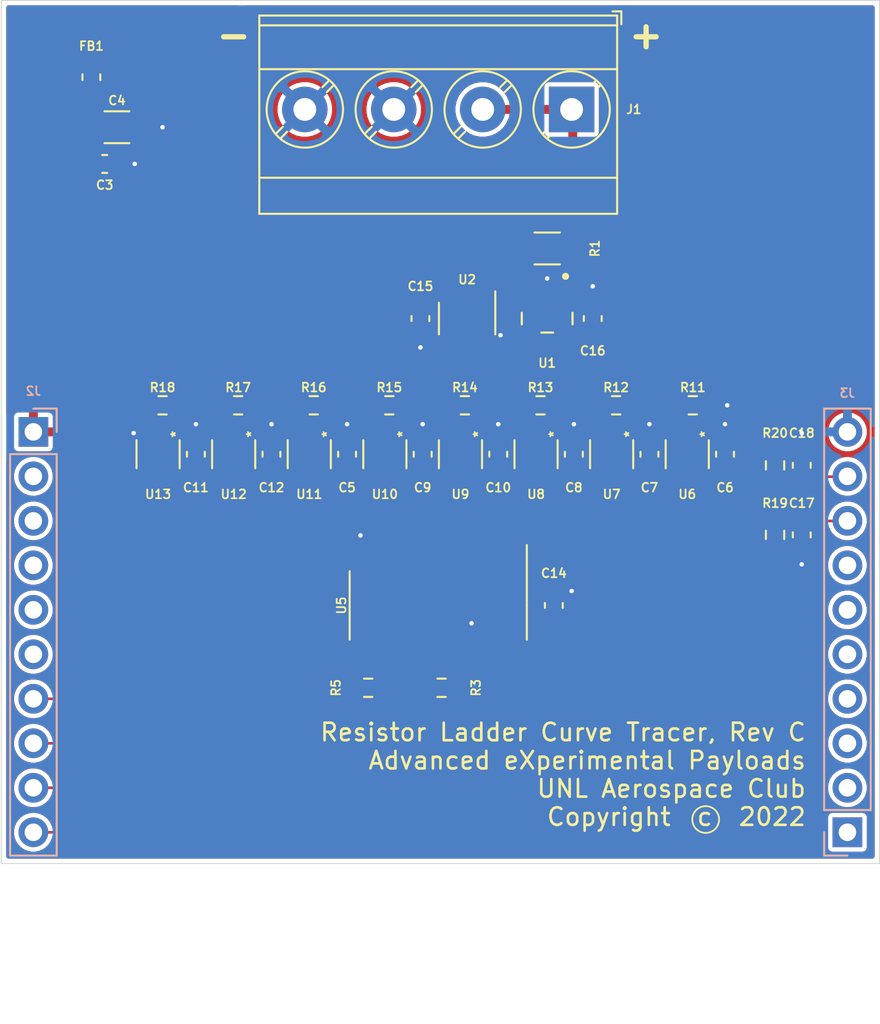
<source format=kicad_pcb>
(kicad_pcb (version 20171130) (host pcbnew "(5.1.10)-1")
  (title_block (title "Resistor Ladder Curve Tracer Layout") (date 2022-11-08) (rev B) (company "UNL Aerospace Club") (comment 1 "Copyright (c) 2022") (comment 2 "Designer: WSA") (comment 3 "Reviewer: WSA") (comment 4 "Approved: WSA"))
  (layers (0 F.Cu signal) (31 B.Cu signal) (34 B.Paste user) (35 F.Paste user) (36 B.SilkS user hide) (37 F.SilkS user) (38 B.Mask user) (39 F.Mask user) (44 Edge.Cuts user))
  (net 0 "")
  (net 1 GND)
  (net 2 +3V3)
  (net 3 I_PANEL_MEASURE)
  (net 4 "Net-(J2-Pad4)")
  (net 5 "Net-(J2-Pad3)")
  (net 6 V_PANEL_MEASURE)
  (net 7 "Net-(J3-Pad7)")
  (net 8 "Net-(J3-Pad6)")
  (net 9 "Net-(J3-Pad4)")
  (net 10 "Net-(J3-Pad3)")
  (net 11 "Net-(J3-Pad2)")
  (net 12 "Net-(R11-Pad1)")
  (net 13 "Net-(R12-Pad1)")
  (net 14 "Net-(R13-Pad1)")
  (net 15 "Net-(R14-Pad1)")
  (net 16 "Net-(R15-Pad1)")
  (net 17 "Net-(R16-Pad1)")
  (net 18 "Net-(R17-Pad1)")
  (net 19 "Net-(U5-Pad15)")
  (net 20 "Net-(U5-Pad9)")
  (net 21 "Net-(U13-Pad4)")
  (net 22 "Net-(U12-Pad4)")
  (net 23 "Net-(U11-Pad4)")
  (net 24 "Net-(U10-Pad4)")
  (net 25 "Net-(U5-Pad3)")
  (net 26 "Net-(U5-Pad2)")
  (net 27 "Net-(U5-Pad1)")
  (net 28 "Net-(U6-Pad5)")
  (net 29 "Net-(U7-Pad5)")
  (net 30 "Net-(U8-Pad5)")
  (net 31 "Net-(U9-Pad5)")
  (net 32 "Net-(U10-Pad5)")
  (net 33 "Net-(U11-Pad5)")
  (net 34 "Net-(U12-Pad5)")
  (net 35 "Net-(U13-Pad5)")
  (net 36 "Net-(R19-Pad1)")
  (net 37 "Net-(R20-Pad1)")
  (net 38 LADDER_RESET)
  (net 39 LADDER_CLOCK)
  (net 40 LADDER_EN)
  (net 41 "Net-(J1-Pad1)")
  (net 42 "Net-(J2-Pad2)")
  (net 43 "Net-(J2-Pad6)")
  (net 44 "Net-(J2-Pad5)")
  (net 45 LADDER_LATCH)
  (net 46 "Net-(J3-Pad1)")
  (net 47 "Net-(J3-Pad5)")
  (net 48 "Net-(FB1-Pad1)")
  (net 49 "/Panel Measurements/V_PANEL")
  (module Package_TO_SOT_SMD:SOT-23-5 (layer F.Cu) (at 151.0665 102.616 270)
    (fp_text reference U2 (at -2.2225 0 180) (layer F.SilkS) (effects (font (size 0.5 0.5) (thickness 0.1))))
    (fp_text value MCP6401RT-xOT)
    (pad 5 smd rect (at 1.1 -0.95 270) (size 1.06 0.65) (layers F.Cu F.Paste F.Mask) (net 1 GND))
    (pad 4 smd rect (at 1.1 0.95 270) (size 1.06 0.65) (layers F.Cu F.Paste F.Mask) (net 36 "Net-(R19-Pad1)"))
    (pad 3 smd rect (at -1.1 0.95 270) (size 1.06 0.65) (layers F.Cu F.Paste F.Mask) (net 49 "/Panel Measurements/V_PANEL"))
    (pad 2 smd rect (at -1.1 0 270) (size 1.06 0.65) (layers F.Cu F.Paste F.Mask) (net 2 +3V3))
    (pad 1 smd rect (at -1.1 -0.95 270) (size 1.06 0.65) (layers F.Cu F.Paste F.Mask) (net 36 "Net-(R19-Pad1)"))
  )
  (module INA180B2IDBVT:SOT95P280X145-5N (layer F.Cu) (at 155.6385 102.616 270)
    (fp_text reference U1 (at 2.54 0 180) (layer F.SilkS) (effects (font (size 0.5 0.5) (thickness 0.1))))
    (fp_text value INA180B2IDBVT)
    (pad 5 smd roundrect (at 1.255 -0.95 270) (size 1.21 0.59) (layers F.Cu F.Paste F.Mask) (roundrect_rratio 0.15) (net 2 +3V3))
    (pad 4 smd roundrect (at 1.255 0.95 270) (size 1.21 0.59) (layers F.Cu F.Paste F.Mask) (roundrect_rratio 0.15) (net 37 "Net-(R20-Pad1)"))
    (pad 3 smd roundrect (at -1.255 0.95 270) (size 1.21 0.59) (layers F.Cu F.Paste F.Mask) (roundrect_rratio 0.15) (net 49 "/Panel Measurements/V_PANEL"))
    (pad 2 smd roundrect (at -1.255 0 270) (size 1.21 0.59) (layers F.Cu F.Paste F.Mask) (roundrect_rratio 0.15) (net 1 GND))
    (pad 1 smd roundrect (at -1.255 -0.95 270) (size 1.21 0.59) (layers F.Cu F.Paste F.Mask) (roundrect_rratio 0.15) (net 41 "Net-(J1-Pad1)"))
  )
  (module Resistor_SMD:R_0603_1608Metric (layer F.Cu) (at 168.656 110.997001 270)
    (fp_text reference R20 (at -1.840501 0 180) (layer F.SilkS) (effects (font (size 0.5 0.5) (thickness 0.1))))
    (fp_text value 10k)
    (pad 2 smd roundrect (at 0.825 0 270) (size 0.8 0.95) (layers F.Cu F.Paste F.Mask) (net 3 I_PANEL_MEASURE))
    (pad 1 smd roundrect (at -0.825 0 270) (size 0.8 0.95) (layers F.Cu F.Paste F.Mask) (net 37 "Net-(R20-Pad1)"))
  )
  (module Resistor_SMD:R_0603_1608Metric (layer F.Cu) (at 168.656 114.966999 90)
    (fp_text reference R19 (at 1.809999 0 180) (layer F.SilkS) (effects (font (size 0.5 0.5) (thickness 0.1))))
    (fp_text value 10k)
    (pad 2 smd roundrect (at 0.825 0 90) (size 0.8 0.95) (layers F.Cu F.Paste F.Mask) (net 6 V_PANEL_MEASURE))
    (pad 1 smd roundrect (at -0.825 0 90) (size 0.8 0.95) (layers F.Cu F.Paste F.Mask) (net 36 "Net-(R19-Pad1)"))
  )
  (module Resistor_SMD:R_1206_3216Metric (layer F.Cu) (at 155.6385 98.6155)
    (fp_text reference R1 (at 2.7305 0 90) (layer F.SilkS) (effects (font (size 0.5 0.5) (thickness 0.1))))
    (fp_text value R)
    (pad 2 smd roundrect (at 1.4625 0) (size 1.125 1.75) (layers F.Cu F.Paste F.Mask) (roundrect_rratio 0.2222213333333333) (net 41 "Net-(J1-Pad1)"))
    (pad 1 smd roundrect (at -1.4625 0) (size 1.125 1.75) (layers F.Cu F.Paste F.Mask) (roundrect_rratio 0.2222213333333333) (net 49 "/Panel Measurements/V_PANEL"))
  )
  (module TerminalBlock_Phoenix:TerminalBlock_Phoenix_MKDS-3-4-5.08_1x04_P5.08mm_Horizontal (layer F.Cu) (at 157.0355 90.678 180)
    (fp_text reference J1 (at -3.556 0) (layer F.SilkS) (effects (font (size 0.5 0.5) (thickness 0.1))))
    (fp_text value Screw_Terminal_01x04)
    (pad 4 thru_hole circle (at 15.24 0 180) (size 2.6 2.6) (drill 1.3) (layers *.Cu *.Mask) (net 1 GND))
    (pad 3 thru_hole circle (at 10.16 0 180) (size 2.6 2.6) (drill 1.3) (layers *.Cu *.Mask) (net 1 GND))
    (pad 2 thru_hole circle (at 5.08 0 180) (size 2.6 2.6) (drill 1.3) (layers *.Cu *.Mask) (net 41 "Net-(J1-Pad1)"))
    (pad 1 thru_hole rect (at 0 0 180) (size 2.6 2.6) (drill 1.3) (layers *.Cu *.Mask) (net 41 "Net-(J1-Pad1)"))
  )
  (module Inductor_SMD:L_0603_1608Metric (layer F.Cu) (at 129.6035 88.8365 270)
    (fp_text reference FB1 (at -1.778 0 180) (layer F.SilkS) (effects (font (size 0.5 0.5) (thickness 0.1))))
    (fp_text value Ferrite_Bead)
    (pad 2 smd roundrect (at 0.7875 0 270) (size 0.875 0.95) (layers F.Cu F.Paste F.Mask) (net 2 +3V3))
    (pad 1 smd roundrect (at -0.7875 0 270) (size 0.875 0.95) (layers F.Cu F.Paste F.Mask) (net 48 "Net-(FB1-Pad1)"))
  )
  (module Capacitor_SMD:C_0603_1608Metric (layer F.Cu) (at 170.18 110.997001 90)
    (fp_text reference C18 (at 1.840501 0 180) (layer F.SilkS) (effects (font (size 0.5 0.5) (thickness 0.1))))
    (fp_text value 10u)
    (pad 2 smd roundrect (at 0.775 0 90) (size 0.9 0.95) (layers F.Cu F.Paste F.Mask) (net 1 GND))
    (pad 1 smd roundrect (at -0.775 0 90) (size 0.9 0.95) (layers F.Cu F.Paste F.Mask) (net 3 I_PANEL_MEASURE))
  )
  (module Capacitor_SMD:C_0603_1608Metric (layer F.Cu) (at 170.18 114.966999 270)
    (fp_text reference C17 (at -1.809999 0 180) (layer F.SilkS) (effects (font (size 0.5 0.5) (thickness 0.1))))
    (fp_text value 10u)
    (pad 2 smd roundrect (at 0.775 0 270) (size 0.9 0.95) (layers F.Cu F.Paste F.Mask) (net 1 GND))
    (pad 1 smd roundrect (at -0.775 0 270) (size 0.9 0.95) (layers F.Cu F.Paste F.Mask) (net 6 V_PANEL_MEASURE))
  )
  (module Capacitor_SMD:C_0603_1608Metric (layer F.Cu) (at 158.242 102.616 90)
    (fp_text reference C16 (at -1.8415 0 180) (layer F.SilkS) (effects (font (size 0.5 0.5) (thickness 0.1))))
    (fp_text value 0.1u)
    (pad 2 smd roundrect (at 0.775 0 90) (size 0.9 0.95) (layers F.Cu F.Paste F.Mask) (net 1 GND))
    (pad 1 smd roundrect (at -0.775 0 90) (size 0.9 0.95) (layers F.Cu F.Paste F.Mask) (net 2 +3V3))
  )
  (module Capacitor_SMD:C_0603_1608Metric (layer F.Cu) (at 148.3995 102.616 270)
    (fp_text reference C15 (at -1.8415 0 180) (layer F.SilkS) (effects (font (size 0.5 0.5) (thickness 0.1))))
    (fp_text value 0.1u)
    (pad 2 smd roundrect (at 0.775 0 270) (size 0.9 0.95) (layers F.Cu F.Paste F.Mask) (net 1 GND))
    (pad 1 smd roundrect (at -0.775 0 270) (size 0.9 0.95) (layers F.Cu F.Paste F.Mask) (net 2 +3V3))
  )
  (module Capacitor_SMD:C_1206_3216Metric (layer F.Cu) (at 131.064 91.694)
    (fp_text reference C4 (at 0 -1.524) (layer F.SilkS) (effects (font (size 0.5 0.5) (thickness 0.1))))
    (fp_text value 10u)
    (pad 2 smd roundrect (at 1.475 0) (size 1.15 1.8) (layers F.Cu F.Paste F.Mask) (roundrect_rratio 0.2173904347826087) (net 1 GND))
    (pad 1 smd roundrect (at -1.475 0) (size 1.15 1.8) (layers F.Cu F.Paste F.Mask) (roundrect_rratio 0.2173904347826087) (net 2 +3V3))
  )
  (module Capacitor_SMD:C_0603_1608Metric (layer F.Cu) (at 130.3655 93.7895)
    (fp_text reference C3 (at 0 1.2065) (layer F.SilkS) (effects (font (size 0.5 0.5) (thickness 0.1))))
    (fp_text value 1u)
    (pad 2 smd roundrect (at 0.775 0) (size 0.9 0.95) (layers F.Cu F.Paste F.Mask) (net 1 GND))
    (pad 1 smd roundrect (at -0.775 0) (size 0.9 0.95) (layers F.Cu F.Paste F.Mask) (net 2 +3V3))
  )
  (module ul_ADG841YKSZ-500RL7:ADG841YKSZ-500RL7 (layer F.Cu) (at 133.4135 110.363 270)
    (fp_text reference U13 (at 2.286 0 180) (layer F.SilkS) (effects (font (size 0.5 0.5) (thickness 0.1))))
    (fp_text value ADG841YKSZ-500RL7 hide)
    (fp_text user * (at -1.143 -1.016 90) (layer F.SilkS) (effects (font (size 0.5 0.5) (thickness 0.1))))
    (pad 1 smd rect (at -1.11125 -0.649999 270) (size 0.8763 0.3556) (layers F.Cu F.Paste F.Mask) (net 18 "Net-(R17-Pad1)"))
    (pad 2 smd rect (at -1.11125 0 270) (size 0.8763 0.3556) (layers F.Cu F.Paste F.Mask) (net 49 "/Panel Measurements/V_PANEL"))
    (pad 3 smd rect (at -1.11125 0.649999 270) (size 0.8763 0.3556) (layers F.Cu F.Paste F.Mask) (net 1 GND))
    (pad 4 smd rect (at 1.11125 0.649999 270) (size 0.8763 0.3556) (layers F.Cu F.Paste F.Mask) (net 21 "Net-(U13-Pad4)"))
    (pad 5 smd rect (at 1.11125 0 270) (size 0.8763 0.3556) (layers F.Cu F.Paste F.Mask) (net 35 "Net-(U13-Pad5)"))
    (pad 6 smd rect (at 1.11125 -0.649999 270) (size 0.8763 0.3556) (layers F.Cu F.Paste F.Mask) (net 2 +3V3))
  )
  (module ul_ADG841YKSZ-500RL7:ADG841YKSZ-500RL7 (layer F.Cu) (at 137.7315 110.363 270)
    (fp_text reference U12 (at 2.286 0 180) (layer F.SilkS) (effects (font (size 0.5 0.5) (thickness 0.1))))
    (fp_text value ADG841YKSZ-500RL7 hide)
    (fp_text user * (at -1.143 -1.016 90) (layer F.SilkS) (effects (font (size 0.5 0.5) (thickness 0.1))))
    (pad 1 smd rect (at -1.11125 -0.649999 270) (size 0.8763 0.3556) (layers F.Cu F.Paste F.Mask) (net 17 "Net-(R16-Pad1)"))
    (pad 2 smd rect (at -1.11125 0 270) (size 0.8763 0.3556) (layers F.Cu F.Paste F.Mask) (net 18 "Net-(R17-Pad1)"))
    (pad 3 smd rect (at -1.11125 0.649999 270) (size 0.8763 0.3556) (layers F.Cu F.Paste F.Mask) (net 1 GND))
    (pad 4 smd rect (at 1.11125 0.649999 270) (size 0.8763 0.3556) (layers F.Cu F.Paste F.Mask) (net 22 "Net-(U12-Pad4)"))
    (pad 5 smd rect (at 1.11125 0 270) (size 0.8763 0.3556) (layers F.Cu F.Paste F.Mask) (net 34 "Net-(U12-Pad5)"))
    (pad 6 smd rect (at 1.11125 -0.649999 270) (size 0.8763 0.3556) (layers F.Cu F.Paste F.Mask) (net 2 +3V3))
  )
  (module ul_ADG841YKSZ-500RL7:ADG841YKSZ-500RL7 (layer F.Cu) (at 142.0495 110.363 270)
    (fp_text reference U11 (at 2.286 0 180) (layer F.SilkS) (effects (font (size 0.5 0.5) (thickness 0.1))))
    (fp_text value ADG841YKSZ-500RL7 hide)
    (fp_text user * (at -1.143 -1.016 90) (layer F.SilkS) (effects (font (size 0.5 0.5) (thickness 0.1))))
    (pad 1 smd rect (at -1.11125 -0.649999 270) (size 0.8763 0.3556) (layers F.Cu F.Paste F.Mask) (net 16 "Net-(R15-Pad1)"))
    (pad 2 smd rect (at -1.11125 0 270) (size 0.8763 0.3556) (layers F.Cu F.Paste F.Mask) (net 17 "Net-(R16-Pad1)"))
    (pad 3 smd rect (at -1.11125 0.649999 270) (size 0.8763 0.3556) (layers F.Cu F.Paste F.Mask) (net 1 GND))
    (pad 4 smd rect (at 1.11125 0.649999 270) (size 0.8763 0.3556) (layers F.Cu F.Paste F.Mask) (net 23 "Net-(U11-Pad4)"))
    (pad 5 smd rect (at 1.11125 0 270) (size 0.8763 0.3556) (layers F.Cu F.Paste F.Mask) (net 33 "Net-(U11-Pad5)"))
    (pad 6 smd rect (at 1.11125 -0.649999 270) (size 0.8763 0.3556) (layers F.Cu F.Paste F.Mask) (net 2 +3V3))
  )
  (module ul_ADG841YKSZ-500RL7:ADG841YKSZ-500RL7 (layer F.Cu) (at 146.3675 110.363 270)
    (fp_text reference U10 (at 2.286 0 180) (layer F.SilkS) (effects (font (size 0.5 0.5) (thickness 0.1))))
    (fp_text value ADG841YKSZ-500RL7 hide)
    (fp_text user * (at -1.143 -1.016 90) (layer F.SilkS) (effects (font (size 0.5 0.5) (thickness 0.1))))
    (pad 1 smd rect (at -1.11125 -0.649999 270) (size 0.8763 0.3556) (layers F.Cu F.Paste F.Mask) (net 15 "Net-(R14-Pad1)"))
    (pad 2 smd rect (at -1.11125 0 270) (size 0.8763 0.3556) (layers F.Cu F.Paste F.Mask) (net 16 "Net-(R15-Pad1)"))
    (pad 3 smd rect (at -1.11125 0.649999 270) (size 0.8763 0.3556) (layers F.Cu F.Paste F.Mask) (net 1 GND))
    (pad 4 smd rect (at 1.11125 0.649999 270) (size 0.8763 0.3556) (layers F.Cu F.Paste F.Mask) (net 24 "Net-(U10-Pad4)"))
    (pad 5 smd rect (at 1.11125 0 270) (size 0.8763 0.3556) (layers F.Cu F.Paste F.Mask) (net 32 "Net-(U10-Pad5)"))
    (pad 6 smd rect (at 1.11125 -0.649999 270) (size 0.8763 0.3556) (layers F.Cu F.Paste F.Mask) (net 2 +3V3))
  )
  (module ul_ADG841YKSZ-500RL7:ADG841YKSZ-500RL7 (layer F.Cu) (at 150.6855 110.363 270)
    (fp_text reference U9 (at 2.286 0 180) (layer F.SilkS) (effects (font (size 0.5 0.5) (thickness 0.1))))
    (fp_text value ADG841YKSZ-500RL7 hide)
    (fp_text user * (at -1.143 -1.016 90) (layer F.SilkS) (effects (font (size 0.5 0.5) (thickness 0.1))))
    (pad 1 smd rect (at -1.11125 -0.649999 270) (size 0.8763 0.3556) (layers F.Cu F.Paste F.Mask) (net 14 "Net-(R13-Pad1)"))
    (pad 2 smd rect (at -1.11125 0 270) (size 0.8763 0.3556) (layers F.Cu F.Paste F.Mask) (net 15 "Net-(R14-Pad1)"))
    (pad 3 smd rect (at -1.11125 0.649999 270) (size 0.8763 0.3556) (layers F.Cu F.Paste F.Mask) (net 1 GND))
    (pad 4 smd rect (at 1.11125 0.649999 270) (size 0.8763 0.3556) (layers F.Cu F.Paste F.Mask) (net 25 "Net-(U5-Pad3)"))
    (pad 5 smd rect (at 1.11125 0 270) (size 0.8763 0.3556) (layers F.Cu F.Paste F.Mask) (net 31 "Net-(U9-Pad5)"))
    (pad 6 smd rect (at 1.11125 -0.649999 270) (size 0.8763 0.3556) (layers F.Cu F.Paste F.Mask) (net 2 +3V3))
  )
  (module ul_ADG841YKSZ-500RL7:ADG841YKSZ-500RL7 (layer F.Cu) (at 155.0035 110.363 270)
    (fp_text reference U8 (at 2.286 0 180) (layer F.SilkS) (effects (font (size 0.5 0.5) (thickness 0.1))))
    (fp_text value ADG841YKSZ-500RL7 hide)
    (fp_text user * (at -1.143 -1.016 90) (layer F.SilkS) (effects (font (size 0.5 0.5) (thickness 0.1))))
    (pad 1 smd rect (at -1.11125 -0.649999 270) (size 0.8763 0.3556) (layers F.Cu F.Paste F.Mask) (net 13 "Net-(R12-Pad1)"))
    (pad 2 smd rect (at -1.11125 0 270) (size 0.8763 0.3556) (layers F.Cu F.Paste F.Mask) (net 14 "Net-(R13-Pad1)"))
    (pad 3 smd rect (at -1.11125 0.649999 270) (size 0.8763 0.3556) (layers F.Cu F.Paste F.Mask) (net 1 GND))
    (pad 4 smd rect (at 1.11125 0.649999 270) (size 0.8763 0.3556) (layers F.Cu F.Paste F.Mask) (net 26 "Net-(U5-Pad2)"))
    (pad 5 smd rect (at 1.11125 0 270) (size 0.8763 0.3556) (layers F.Cu F.Paste F.Mask) (net 30 "Net-(U8-Pad5)"))
    (pad 6 smd rect (at 1.11125 -0.649999 270) (size 0.8763 0.3556) (layers F.Cu F.Paste F.Mask) (net 2 +3V3))
  )
  (module ul_ADG841YKSZ-500RL7:ADG841YKSZ-500RL7 (layer F.Cu) (at 159.3215 110.363 270)
    (fp_text reference U7 (at 2.286 0 180) (layer F.SilkS) (effects (font (size 0.5 0.5) (thickness 0.1))))
    (fp_text value ADG841YKSZ-500RL7 hide)
    (fp_text user * (at -1.143 -1.016 90) (layer F.SilkS) (effects (font (size 0.5 0.5) (thickness 0.1))))
    (pad 1 smd rect (at -1.11125 -0.649999 270) (size 0.8763 0.3556) (layers F.Cu F.Paste F.Mask) (net 12 "Net-(R11-Pad1)"))
    (pad 2 smd rect (at -1.11125 0 270) (size 0.8763 0.3556) (layers F.Cu F.Paste F.Mask) (net 13 "Net-(R12-Pad1)"))
    (pad 3 smd rect (at -1.11125 0.649999 270) (size 0.8763 0.3556) (layers F.Cu F.Paste F.Mask) (net 1 GND))
    (pad 4 smd rect (at 1.11125 0.649999 270) (size 0.8763 0.3556) (layers F.Cu F.Paste F.Mask) (net 27 "Net-(U5-Pad1)"))
    (pad 5 smd rect (at 1.11125 0 270) (size 0.8763 0.3556) (layers F.Cu F.Paste F.Mask) (net 29 "Net-(U7-Pad5)"))
    (pad 6 smd rect (at 1.11125 -0.649999 270) (size 0.8763 0.3556) (layers F.Cu F.Paste F.Mask) (net 2 +3V3))
  )
  (module ul_ADG841YKSZ-500RL7:ADG841YKSZ-500RL7 (layer F.Cu) (at 163.6395 110.363 270)
    (fp_text reference U6 (at 2.286 0 180) (layer F.SilkS) (effects (font (size 0.5 0.5) (thickness 0.1))))
    (fp_text value ADG841YKSZ-500RL7 hide)
    (fp_text user * (at -1.143 -1.016 90) (layer F.SilkS) (effects (font (size 0.5 0.5) (thickness 0.1))))
    (pad 1 smd rect (at -1.11125 -0.649999 270) (size 0.8763 0.3556) (layers F.Cu F.Paste F.Mask) (net 1 GND))
    (pad 2 smd rect (at -1.11125 0 270) (size 0.8763 0.3556) (layers F.Cu F.Paste F.Mask) (net 12 "Net-(R11-Pad1)"))
    (pad 3 smd rect (at -1.11125 0.649999 270) (size 0.8763 0.3556) (layers F.Cu F.Paste F.Mask) (net 1 GND))
    (pad 4 smd rect (at 1.11125 0.649999 270) (size 0.8763 0.3556) (layers F.Cu F.Paste F.Mask) (net 19 "Net-(U5-Pad15)"))
    (pad 5 smd rect (at 1.11125 0 270) (size 0.8763 0.3556) (layers F.Cu F.Paste F.Mask) (net 28 "Net-(U6-Pad5)"))
    (pad 6 smd rect (at 1.11125 -0.649999 270) (size 0.8763 0.3556) (layers F.Cu F.Paste F.Mask) (net 2 +3V3))
  )
  (module Package_SO:SOIC-16_3.9x9.9mm_P1.27mm (layer F.Cu) (at 149.4155 118.999 270)
    (fp_text reference U5 (at 0 5.5245 90) (layer F.SilkS) (effects (font (size 0.5 0.5) (thickness 0.1))))
    (fp_text value 74HC590)
    (pad 16 smd roundrect (at 2.475 -4.445 270) (size 1.95 0.6) (layers F.Cu F.Paste F.Mask) (net 2 +3V3))
    (pad 15 smd roundrect (at 2.475 -3.175 270) (size 1.95 0.6) (layers F.Cu F.Paste F.Mask) (net 19 "Net-(U5-Pad15)"))
    (pad 14 smd roundrect (at 2.475 -1.905 270) (size 1.95 0.6) (layers F.Cu F.Paste F.Mask) (net 1 GND))
    (pad 13 smd roundrect (at 2.475 -0.635 270) (size 1.95 0.6) (layers F.Cu F.Paste F.Mask) (net 45 LADDER_LATCH))
    (pad 12 smd roundrect (at 2.475 0.635 270) (size 1.95 0.6) (layers F.Cu F.Paste F.Mask) (net 40 LADDER_EN))
    (pad 11 smd roundrect (at 2.475 1.905 270) (size 1.95 0.6) (layers F.Cu F.Paste F.Mask) (net 39 LADDER_CLOCK))
    (pad 10 smd roundrect (at 2.475 3.175 270) (size 1.95 0.6) (layers F.Cu F.Paste F.Mask) (net 38 LADDER_RESET))
    (pad 9 smd roundrect (at 2.475 4.445 270) (size 1.95 0.6) (layers F.Cu F.Paste F.Mask) (net 20 "Net-(U5-Pad9)"))
    (pad 8 smd roundrect (at -2.475 4.445 270) (size 1.95 0.6) (layers F.Cu F.Paste F.Mask) (net 1 GND))
    (pad 7 smd roundrect (at -2.475 3.175 270) (size 1.95 0.6) (layers F.Cu F.Paste F.Mask) (net 21 "Net-(U13-Pad4)"))
    (pad 6 smd roundrect (at -2.475 1.905 270) (size 1.95 0.6) (layers F.Cu F.Paste F.Mask) (net 22 "Net-(U12-Pad4)"))
    (pad 5 smd roundrect (at -2.475 0.635 270) (size 1.95 0.6) (layers F.Cu F.Paste F.Mask) (net 23 "Net-(U11-Pad4)"))
    (pad 4 smd roundrect (at -2.475 -0.635 270) (size 1.95 0.6) (layers F.Cu F.Paste F.Mask) (net 24 "Net-(U10-Pad4)"))
    (pad 3 smd roundrect (at -2.475 -1.905 270) (size 1.95 0.6) (layers F.Cu F.Paste F.Mask) (net 25 "Net-(U5-Pad3)"))
    (pad 2 smd roundrect (at -2.475 -3.175 270) (size 1.95 0.6) (layers F.Cu F.Paste F.Mask) (net 26 "Net-(U5-Pad2)"))
    (pad 1 smd roundrect (at -2.475 -4.445 270) (size 1.95 0.6) (layers F.Cu F.Paste F.Mask) (net 27 "Net-(U5-Pad1)"))
  )
  (module Resistor_SMD:R_0603_1608Metric (layer F.Cu) (at 133.6675 107.569)
    (fp_text reference R18 (at 0 -1.016) (layer F.SilkS) (effects (font (size 0.5 0.5) (thickness 0.1))))
    (fp_text value 16000)
    (pad 2 smd roundrect (at 0.825 0) (size 0.8 0.95) (layers F.Cu F.Paste F.Mask) (net 18 "Net-(R17-Pad1)"))
    (pad 1 smd roundrect (at -0.825 0) (size 0.8 0.95) (layers F.Cu F.Paste F.Mask) (net 49 "/Panel Measurements/V_PANEL"))
  )
  (module Resistor_SMD:R_0603_1608Metric (layer F.Cu) (at 137.9855 107.569)
    (fp_text reference R17 (at 0 -1.016) (layer F.SilkS) (effects (font (size 0.5 0.5) (thickness 0.1))))
    (fp_text value 8000)
    (pad 2 smd roundrect (at 0.825 0) (size 0.8 0.95) (layers F.Cu F.Paste F.Mask) (net 17 "Net-(R16-Pad1)"))
    (pad 1 smd roundrect (at -0.825 0) (size 0.8 0.95) (layers F.Cu F.Paste F.Mask) (net 18 "Net-(R17-Pad1)"))
  )
  (module Resistor_SMD:R_0603_1608Metric (layer F.Cu) (at 142.3035 107.569)
    (fp_text reference R16 (at 0 -1.016) (layer F.SilkS) (effects (font (size 0.5 0.5) (thickness 0.1))))
    (fp_text value 4000)
    (pad 2 smd roundrect (at 0.825 0) (size 0.8 0.95) (layers F.Cu F.Paste F.Mask) (net 16 "Net-(R15-Pad1)"))
    (pad 1 smd roundrect (at -0.825 0) (size 0.8 0.95) (layers F.Cu F.Paste F.Mask) (net 17 "Net-(R16-Pad1)"))
  )
  (module Resistor_SMD:R_0603_1608Metric (layer F.Cu) (at 146.6215 107.569)
    (fp_text reference R15 (at 0 -1.016) (layer F.SilkS) (effects (font (size 0.5 0.5) (thickness 0.1))))
    (fp_text value 2000)
    (pad 2 smd roundrect (at 0.825 0) (size 0.8 0.95) (layers F.Cu F.Paste F.Mask) (net 15 "Net-(R14-Pad1)"))
    (pad 1 smd roundrect (at -0.825 0) (size 0.8 0.95) (layers F.Cu F.Paste F.Mask) (net 16 "Net-(R15-Pad1)"))
  )
  (module Resistor_SMD:R_0603_1608Metric (layer F.Cu) (at 150.9395 107.569)
    (fp_text reference R14 (at 0 -1.016) (layer F.SilkS) (effects (font (size 0.5 0.5) (thickness 0.1))))
    (fp_text value 1000)
    (pad 2 smd roundrect (at 0.825 0) (size 0.8 0.95) (layers F.Cu F.Paste F.Mask) (net 14 "Net-(R13-Pad1)"))
    (pad 1 smd roundrect (at -0.825 0) (size 0.8 0.95) (layers F.Cu F.Paste F.Mask) (net 15 "Net-(R14-Pad1)"))
  )
  (module Resistor_SMD:R_0603_1608Metric (layer F.Cu) (at 155.2575 107.569)
    (fp_text reference R13 (at 0 -1.016) (layer F.SilkS) (effects (font (size 0.5 0.5) (thickness 0.1))))
    (fp_text value 500)
    (pad 2 smd roundrect (at 0.825 0) (size 0.8 0.95) (layers F.Cu F.Paste F.Mask) (net 13 "Net-(R12-Pad1)"))
    (pad 1 smd roundrect (at -0.825 0) (size 0.8 0.95) (layers F.Cu F.Paste F.Mask) (net 14 "Net-(R13-Pad1)"))
  )
  (module Resistor_SMD:R_0603_1608Metric (layer F.Cu) (at 159.5755 107.569)
    (fp_text reference R12 (at 0 -1.016) (layer F.SilkS) (effects (font (size 0.5 0.5) (thickness 0.1))))
    (fp_text value 250)
    (pad 2 smd roundrect (at 0.825 0) (size 0.8 0.95) (layers F.Cu F.Paste F.Mask) (net 12 "Net-(R11-Pad1)"))
    (pad 1 smd roundrect (at -0.825 0) (size 0.8 0.95) (layers F.Cu F.Paste F.Mask) (net 13 "Net-(R12-Pad1)"))
  )
  (module Resistor_SMD:R_0603_1608Metric (layer F.Cu) (at 163.9565 107.569)
    (fp_text reference R11 (at 0 -1.016) (layer F.SilkS) (effects (font (size 0.5 0.5) (thickness 0.1))))
    (fp_text value 50)
    (pad 2 smd roundrect (at 0.825 0) (size 0.8 0.95) (layers F.Cu F.Paste F.Mask) (net 1 GND))
    (pad 1 smd roundrect (at -0.825 0) (size 0.8 0.95) (layers F.Cu F.Paste F.Mask) (net 12 "Net-(R11-Pad1)"))
  )
  (module Resistor_SMD:R_0603_1608Metric (layer F.Cu) (at 145.415 123.698 180)
    (fp_text reference R5 (at 1.8415 0 90) (layer F.SilkS) (effects (font (size 0.5 0.5) (thickness 0.1))))
    (fp_text value 10k)
    (pad 2 smd roundrect (at 0.825 0 180) (size 0.8 0.95) (layers F.Cu F.Paste F.Mask) (net 2 +3V3))
    (pad 1 smd roundrect (at -0.825 0 180) (size 0.8 0.95) (layers F.Cu F.Paste F.Mask) (net 38 LADDER_RESET))
  )
  (module Resistor_SMD:R_0603_1608Metric (layer F.Cu) (at 149.606 123.698)
    (fp_text reference R3 (at 1.9685 0 90) (layer F.SilkS) (effects (font (size 0.5 0.5) (thickness 0.1))))
    (fp_text value 10k)
    (pad 2 smd roundrect (at 0.825 0) (size 0.8 0.95) (layers F.Cu F.Paste F.Mask) (net 2 +3V3))
    (pad 1 smd roundrect (at -0.825 0) (size 0.8 0.95) (layers F.Cu F.Paste F.Mask) (net 40 LADDER_EN))
  )
  (module Connector_PinHeader_2.54mm:PinHeader_1x10_P2.54mm_Vertical (layer B.Cu) (at 172.79 131.9475)
    (fp_text reference J3 (at -0.0065 -25.077) (layer B.SilkS) (effects (font (size 0.5 0.5) (thickness 0.1)) (justify mirror)))
    (fp_text value Conn_01x10_Female)
    (pad 1 thru_hole rect (at 0 0) (size 1.7 1.7) (drill 1) (layers *.Cu *.Mask) (net 46 "Net-(J3-Pad1)"))
    (pad 2 thru_hole oval (at 0 -2.54) (size 1.7 1.7) (drill 1) (layers *.Cu *.Mask) (net 11 "Net-(J3-Pad2)"))
    (pad 3 thru_hole oval (at 0 -5.08) (size 1.7 1.7) (drill 1) (layers *.Cu *.Mask) (net 10 "Net-(J3-Pad3)"))
    (pad 4 thru_hole oval (at 0 -7.62) (size 1.7 1.7) (drill 1) (layers *.Cu *.Mask) (net 9 "Net-(J3-Pad4)"))
    (pad 5 thru_hole oval (at 0 -10.16) (size 1.7 1.7) (drill 1) (layers *.Cu *.Mask) (net 47 "Net-(J3-Pad5)"))
    (pad 6 thru_hole oval (at 0 -12.7) (size 1.7 1.7) (drill 1) (layers *.Cu *.Mask) (net 8 "Net-(J3-Pad6)"))
    (pad 7 thru_hole oval (at 0 -15.24) (size 1.7 1.7) (drill 1) (layers *.Cu *.Mask) (net 7 "Net-(J3-Pad7)"))
    (pad 8 thru_hole oval (at 0 -17.78) (size 1.7 1.7) (drill 1) (layers *.Cu *.Mask) (net 6 V_PANEL_MEASURE))
    (pad 9 thru_hole oval (at 0 -20.32) (size 1.7 1.7) (drill 1) (layers *.Cu *.Mask) (net 3 I_PANEL_MEASURE))
    (pad 10 thru_hole oval (at 0 -22.86) (size 1.7 1.7) (drill 1) (layers *.Cu *.Mask) (net 1 GND))
  )
  (module Connector_PinHeader_2.54mm:PinHeader_1x10_P2.54mm_Vertical (layer B.Cu) (at 126.29 109.0875 180)
    (fp_text reference J2 (at 0 2.33) (layer B.SilkS) (effects (font (size 0.5 0.5) (thickness 0.1)) (justify mirror)))
    (fp_text value Conn_01x10_Female)
    (pad 1 thru_hole rect (at 0 0 180) (size 1.7 1.7) (drill 1) (layers *.Cu *.Mask) (net 48 "Net-(FB1-Pad1)"))
    (pad 2 thru_hole oval (at 0 -2.54 180) (size 1.7 1.7) (drill 1) (layers *.Cu *.Mask) (net 42 "Net-(J2-Pad2)"))
    (pad 3 thru_hole oval (at 0 -5.08 180) (size 1.7 1.7) (drill 1) (layers *.Cu *.Mask) (net 5 "Net-(J2-Pad3)"))
    (pad 4 thru_hole oval (at 0 -7.62 180) (size 1.7 1.7) (drill 1) (layers *.Cu *.Mask) (net 4 "Net-(J2-Pad4)"))
    (pad 5 thru_hole oval (at 0 -10.16 180) (size 1.7 1.7) (drill 1) (layers *.Cu *.Mask) (net 44 "Net-(J2-Pad5)"))
    (pad 6 thru_hole oval (at 0 -12.7 180) (size 1.7 1.7) (drill 1) (layers *.Cu *.Mask) (net 43 "Net-(J2-Pad6)"))
    (pad 7 thru_hole oval (at 0 -15.24 180) (size 1.7 1.7) (drill 1) (layers *.Cu *.Mask) (net 38 LADDER_RESET))
    (pad 8 thru_hole oval (at 0 -17.78 180) (size 1.7 1.7) (drill 1) (layers *.Cu *.Mask) (net 39 LADDER_CLOCK))
    (pad 9 thru_hole oval (at 0 -20.32 180) (size 1.7 1.7) (drill 1) (layers *.Cu *.Mask) (net 40 LADDER_EN))
    (pad 10 thru_hole oval (at 0 -22.86 180) (size 1.7 1.7) (drill 1) (layers *.Cu *.Mask) (net 45 LADDER_LATCH))
  )
  (module Capacitor_SMD:C_0603_1608Metric (layer F.Cu) (at 156.0195 118.999 90)
    (fp_text reference C14 (at 1.8415 0 180) (layer F.SilkS) (effects (font (size 0.5 0.5) (thickness 0.1))))
    (fp_text value 0.1u)
    (pad 2 smd roundrect (at 0.775 0 90) (size 0.9 0.95) (layers F.Cu F.Paste F.Mask) (net 1 GND))
    (pad 1 smd roundrect (at -0.775 0 90) (size 0.9 0.95) (layers F.Cu F.Paste F.Mask) (net 2 +3V3))
  )
  (module Capacitor_SMD:C_0603_1608Metric (layer F.Cu) (at 139.8905 110.363 90)
    (fp_text reference C12 (at -1.905 0 180) (layer F.SilkS) (effects (font (size 0.5 0.5) (thickness 0.1))))
    (fp_text value 0.1u)
    (pad 2 smd roundrect (at 0.775 0 90) (size 0.9 0.95) (layers F.Cu F.Paste F.Mask) (net 1 GND))
    (pad 1 smd roundrect (at -0.775 0 90) (size 0.9 0.95) (layers F.Cu F.Paste F.Mask) (net 2 +3V3))
  )
  (module Capacitor_SMD:C_0603_1608Metric (layer F.Cu) (at 135.5725 110.363 90)
    (fp_text reference C11 (at -1.905 0 180) (layer F.SilkS) (effects (font (size 0.5 0.5) (thickness 0.1))))
    (fp_text value 0.1u)
    (pad 2 smd roundrect (at 0.775 0 90) (size 0.9 0.95) (layers F.Cu F.Paste F.Mask) (net 1 GND))
    (pad 1 smd roundrect (at -0.775 0 90) (size 0.9 0.95) (layers F.Cu F.Paste F.Mask) (net 2 +3V3))
  )
  (module Capacitor_SMD:C_0603_1608Metric (layer F.Cu) (at 152.8445 110.363 90)
    (fp_text reference C10 (at -1.905 0 180) (layer F.SilkS) (effects (font (size 0.5 0.5) (thickness 0.1))))
    (fp_text value 0.1u)
    (pad 2 smd roundrect (at 0.775 0 90) (size 0.9 0.95) (layers F.Cu F.Paste F.Mask) (net 1 GND))
    (pad 1 smd roundrect (at -0.775 0 90) (size 0.9 0.95) (layers F.Cu F.Paste F.Mask) (net 2 +3V3))
  )
  (module Capacitor_SMD:C_0603_1608Metric (layer F.Cu) (at 148.5265 110.363 90)
    (fp_text reference C9 (at -1.905 0 180) (layer F.SilkS) (effects (font (size 0.5 0.5) (thickness 0.1))))
    (fp_text value 0.1u)
    (pad 2 smd roundrect (at 0.775 0 90) (size 0.9 0.95) (layers F.Cu F.Paste F.Mask) (net 1 GND))
    (pad 1 smd roundrect (at -0.775 0 90) (size 0.9 0.95) (layers F.Cu F.Paste F.Mask) (net 2 +3V3))
  )
  (module Capacitor_SMD:C_0603_1608Metric (layer F.Cu) (at 157.1625 110.363 90)
    (fp_text reference C8 (at -1.905 0 180) (layer F.SilkS) (effects (font (size 0.5 0.5) (thickness 0.1))))
    (fp_text value 0.1u)
    (pad 2 smd roundrect (at 0.775 0 90) (size 0.9 0.95) (layers F.Cu F.Paste F.Mask) (net 1 GND))
    (pad 1 smd roundrect (at -0.775 0 90) (size 0.9 0.95) (layers F.Cu F.Paste F.Mask) (net 2 +3V3))
  )
  (module Capacitor_SMD:C_0603_1608Metric (layer F.Cu) (at 161.4805 110.363 90)
    (fp_text reference C7 (at -1.905 0 180) (layer F.SilkS) (effects (font (size 0.5 0.5) (thickness 0.1))))
    (fp_text value 0.1u)
    (pad 2 smd roundrect (at 0.775 0 90) (size 0.9 0.95) (layers F.Cu F.Paste F.Mask) (net 1 GND))
    (pad 1 smd roundrect (at -0.775 0 90) (size 0.9 0.95) (layers F.Cu F.Paste F.Mask) (net 2 +3V3))
  )
  (module Capacitor_SMD:C_0603_1608Metric (layer F.Cu) (at 165.7985 110.363 90)
    (fp_text reference C6 (at -1.905 0 180) (layer F.SilkS) (effects (font (size 0.5 0.5) (thickness 0.1))))
    (fp_text value 0.1u)
    (pad 2 smd roundrect (at 0.775 0 90) (size 0.9 0.95) (layers F.Cu F.Paste F.Mask) (net 1 GND))
    (pad 1 smd roundrect (at -0.775 0 90) (size 0.9 0.95) (layers F.Cu F.Paste F.Mask) (net 2 +3V3))
  )
  (module Capacitor_SMD:C_0603_1608Metric (layer F.Cu) (at 144.2085 110.363 90)
    (fp_text reference C5 (at -1.905 0 180) (layer F.SilkS) (effects (font (size 0.5 0.5) (thickness 0.1))))
    (fp_text value 0.1u)
    (pad 2 smd roundrect (at 0.775 0 90) (size 0.9 0.95) (layers F.Cu F.Paste F.Mask) (net 1 GND))
    (pad 1 smd roundrect (at -0.775 0 90) (size 0.9 0.95) (layers F.Cu F.Paste F.Mask) (net 2 +3V3))
  )
  (gr_circle (center 164.6936 131.219041) (end 165.2651 130.711041) (layer F.SilkS) (width 0.1))
  (gr_text "Resistor Ladder Curve Tracer, Rev C\nAdvanced eXperimental Payloads\nUNL Aerospace Club\nCopyright  c  2022" (at 170.4975 128.651) (layer F.SilkS) (effects (font (size 1 1)) (justify right)))
  (gr_text + (at 161.29 86.4235) (layer F.SilkS) (effects (font (size 1.5 1.5) (thickness 0.3))))
  (gr_text - (at 137.7315 86.4235) (layer F.SilkS) (effects (font (size 1.5 1.5) (thickness 0.3))))
  (gr_line (start 124.46 84.4545) (end 174.625 84.4545) (layer Edge.Cuts) (width 0.05))
  (gr_line (start 124.46 84.4545) (end 124.46 133.731) (layer Edge.Cuts) (width 0.05))
  (gr_line (start 174.625 133.731) (end 174.625 84.4545) (layer Edge.Cuts) (width 0.05))
  (gr_line (start 124.46 133.731) (end 174.625 133.731) (layer Edge.Cuts) (width 0.05))
  (segment (start 162.989501 109.25175) (end 162.65525 109.25175) (width 0.1524) (layer F.Cu) (net 1))
  (segment (start 165.2905 108.3945) (end 165.481 108.204) (width 0.1524) (layer F.Cu) (net 1))
  (segment (start 165.481 108.204) (end 165.481 107.7595) (width 0.1524) (layer F.Cu) (net 1))
  (segment (start 164.289499 109.25175) (end 164.289499 108.633501) (width 0.1524) (layer F.Cu) (net 1))
  (segment (start 164.289499 108.633501) (end 164.5285 108.3945) (width 0.1524) (layer F.Cu) (net 1))
  (segment (start 164.5285 108.3945) (end 165.2905 108.3945) (width 0.1524) (layer F.Cu) (net 1))
  (segment (start 158.671501 109.25175) (end 158.33725 109.25175) (width 0.1524) (layer F.Cu) (net 1))
  (segment (start 154.353501 109.25175) (end 154.01925 109.25175) (width 0.1524) (layer F.Cu) (net 1))
  (segment (start 150.035501 109.25175) (end 149.70125 109.25175) (width 0.1524) (layer F.Cu) (net 1))
  (segment (start 141.399501 109.25175) (end 141.06525 109.25175) (width 0.1524) (layer F.Cu) (net 1))
  (via (at 144.9705 114.9985) (size 0.508) (drill 0.254) (layers F.Cu B.Cu) (net 1))
  (segment (start 144.9705 116.524) (end 144.9705 114.9985) (width 0.1524) (layer F.Cu) (net 1))
  (via (at 157.0355 118.1735) (size 0.508) (drill 0.254) (layers F.Cu B.Cu) (net 1))
  (segment (start 156.985 118.224) (end 157.0355 118.1735) (width 0.1524) (layer F.Cu) (net 1))
  (segment (start 156.0195 118.224) (end 156.985 118.224) (width 0.1524) (layer F.Cu) (net 1))
  (via (at 135.5725 108.6485) (size 0.508) (drill 0.254) (layers F.Cu B.Cu) (net 1))
  (segment (start 135.5725 109.588) (end 135.5725 108.6485) (width 0.1524) (layer F.Cu) (net 1))
  (via (at 139.8905 108.6485) (size 0.508) (drill 0.254) (layers F.Cu B.Cu) (net 1))
  (segment (start 139.8905 109.588) (end 139.8905 108.6485) (width 0.1524) (layer F.Cu) (net 1))
  (via (at 144.2085 108.6485) (size 0.508) (drill 0.254) (layers F.Cu B.Cu) (net 1))
  (segment (start 144.2085 109.588) (end 144.2085 108.6485) (width 0.1524) (layer F.Cu) (net 1))
  (via (at 148.5265 108.6485) (size 0.508) (drill 0.254) (layers F.Cu B.Cu) (net 1))
  (segment (start 148.5265 109.588) (end 148.5265 108.6485) (width 0.1524) (layer F.Cu) (net 1))
  (via (at 152.8445 108.6485) (size 0.508) (drill 0.254) (layers F.Cu B.Cu) (net 1))
  (segment (start 152.8445 109.588) (end 152.8445 108.6485) (width 0.1524) (layer F.Cu) (net 1))
  (via (at 157.1625 108.6485) (size 0.508) (drill 0.254) (layers F.Cu B.Cu) (net 1))
  (segment (start 157.1625 109.588) (end 157.1625 108.6485) (width 0.1524) (layer F.Cu) (net 1))
  (via (at 161.4805 108.6485) (size 0.508) (drill 0.254) (layers F.Cu B.Cu) (net 1))
  (segment (start 161.4805 109.588) (end 161.4805 108.6485) (width 0.1524) (layer F.Cu) (net 1))
  (via (at 165.7985 108.6485) (size 0.508) (drill 0.254) (layers F.Cu B.Cu) (net 1))
  (segment (start 165.7985 109.588) (end 165.7985 108.6485) (width 0.1524) (layer F.Cu) (net 1))
  (segment (start 162.989501 109.25175) (end 162.52825 109.25175) (width 0.1524) (layer F.Cu) (net 1))
  (segment (start 162.192 109.588) (end 161.4805 109.588) (width 0.1524) (layer F.Cu) (net 1))
  (segment (start 162.52825 109.25175) (end 162.192 109.588) (width 0.1524) (layer F.Cu) (net 1))
  (segment (start 158.671501 109.25175) (end 158.33725 109.25175) (width 0.1524) (layer F.Cu) (net 1))
  (segment (start 158.001 109.588) (end 157.1625 109.588) (width 0.1524) (layer F.Cu) (net 1))
  (segment (start 158.33725 109.25175) (end 158.001 109.588) (width 0.1524) (layer F.Cu) (net 1))
  (segment (start 154.353501 109.25175) (end 153.89225 109.25175) (width 0.1524) (layer F.Cu) (net 1))
  (segment (start 153.556 109.588) (end 152.8445 109.588) (width 0.1524) (layer F.Cu) (net 1))
  (segment (start 153.89225 109.25175) (end 153.556 109.588) (width 0.1524) (layer F.Cu) (net 1))
  (segment (start 150.035501 109.25175) (end 149.70125 109.25175) (width 0.1524) (layer F.Cu) (net 1))
  (segment (start 149.365 109.588) (end 148.5265 109.588) (width 0.1524) (layer F.Cu) (net 1))
  (segment (start 149.70125 109.25175) (end 149.365 109.588) (width 0.1524) (layer F.Cu) (net 1))
  (segment (start 145.717501 109.25175) (end 145.51025 109.25175) (width 0.1524) (layer F.Cu) (net 1))
  (segment (start 145.174 109.588) (end 144.2085 109.588) (width 0.1524) (layer F.Cu) (net 1))
  (segment (start 145.51025 109.25175) (end 145.174 109.588) (width 0.1524) (layer F.Cu) (net 1))
  (segment (start 141.399501 109.25175) (end 141.06525 109.25175) (width 0.1524) (layer F.Cu) (net 1))
  (segment (start 140.729 109.588) (end 139.8905 109.588) (width 0.1524) (layer F.Cu) (net 1))
  (segment (start 141.06525 109.25175) (end 140.729 109.588) (width 0.1524) (layer F.Cu) (net 1))
  (segment (start 137.081501 109.25175) (end 136.74725 109.25175) (width 0.1524) (layer F.Cu) (net 1))
  (segment (start 136.411 109.588) (end 135.5725 109.588) (width 0.1524) (layer F.Cu) (net 1))
  (segment (start 136.74725 109.25175) (end 136.411 109.588) (width 0.1524) (layer F.Cu) (net 1))
  (via (at 132.0165 109.1565) (size 0.508) (drill 0.254) (layers F.Cu B.Cu) (net 1))
  (segment (start 132.11175 109.25175) (end 132.0165 109.1565) (width 0.1524) (layer F.Cu) (net 1))
  (segment (start 132.763501 109.25175) (end 132.11175 109.25175) (width 0.1524) (layer F.Cu) (net 1))
  (via (at 155.6385 100.33) (size 0.508) (drill 0.254) (layers F.Cu B.Cu) (net 1))
  (segment (start 155.6385 101.2975) (end 155.6385 100.33) (width 0.1524) (layer F.Cu) (net 1))
  (via (at 152.9715 103.5685) (size 0.508) (drill 0.254) (layers F.Cu B.Cu) (net 1))
  (segment (start 152.944 103.541) (end 152.9715 103.5685) (width 0.1524) (layer F.Cu) (net 1))
  (segment (start 152.018 103.541) (end 152.944 103.541) (width 0.1524) (layer F.Cu) (net 1))
  (via (at 148.3995 104.267) (size 0.508) (drill 0.254) (layers F.Cu B.Cu) (net 1))
  (segment (start 148.3995 103.264) (end 148.3995 104.267) (width 0.1524) (layer F.Cu) (net 1))
  (via (at 170.18 109.1565) (size 0.508) (drill 0.254) (layers F.Cu B.Cu) (net 1))
  (segment (start 170.18 110.096) (end 170.18 109.1565) (width 0.1524) (layer F.Cu) (net 1))
  (via (at 158.242 100.7745) (size 0.508) (drill 0.254) (layers F.Cu B.Cu) (net 1))
  (segment (start 158.242 101.7775) (end 158.242 100.7745) (width 0.1524) (layer F.Cu) (net 1))
  (via (at 165.9255 107.569) (size 0.508) (drill 0.254) (layers F.Cu B.Cu) (net 1))
  (segment (start 165.481 107.7595) (end 165.481 107.569) (width 0.1524) (layer F.Cu) (net 1))
  (segment (start 165.481 107.569) (end 165.9255 107.569) (width 0.1524) (layer F.Cu) (net 1))
  (segment (start 164.7815 107.569) (end 165.481 107.569) (width 0.1524) (layer F.Cu) (net 1))
  (via (at 170.18 116.6495) (size 0.508) (drill 0.254) (layers F.Cu B.Cu) (net 1))
  (segment (start 170.18 115.7735) (end 170.18 116.6495) (width 0.1524) (layer F.Cu) (net 1))
  (via (at 151.3205 120.015) (size 0.508) (drill 0.254) (layers F.Cu B.Cu) (net 1))
  (segment (start 151.3205 121.474) (end 151.3205 120.015) (width 0.1524) (layer F.Cu) (net 1))
  (via (at 133.6675 91.694) (size 0.508) (drill 0.254) (layers F.Cu B.Cu) (net 1))
  (segment (start 132.539 91.694) (end 133.6675 91.694) (width 0.1524) (layer F.Cu) (net 1))
  (via (at 132.08 93.7895) (size 0.508) (drill 0.254) (layers F.Cu B.Cu) (net 1))
  (segment (start 131.1405 93.7895) (end 132.08 93.7895) (width 0.1524) (layer F.Cu) (net 1))
  (segment (start 134.063499 111.47425) (end 134.39775 111.47425) (width 0.1524) (layer F.Cu) (net 2))
  (segment (start 134.734 111.138) (end 135.5725 111.138) (width 0.1524) (layer F.Cu) (net 2))
  (segment (start 134.39775 111.47425) (end 134.734 111.138) (width 0.1524) (layer F.Cu) (net 2))
  (segment (start 138.381499 111.47425) (end 138.71575 111.47425) (width 0.1524) (layer F.Cu) (net 2))
  (segment (start 139.052 111.138) (end 139.8905 111.138) (width 0.1524) (layer F.Cu) (net 2))
  (segment (start 138.71575 111.47425) (end 139.052 111.138) (width 0.1524) (layer F.Cu) (net 2))
  (segment (start 142.699499 111.47425) (end 143.03375 111.47425) (width 0.1524) (layer F.Cu) (net 2))
  (segment (start 143.37 111.138) (end 144.2085 111.138) (width 0.1524) (layer F.Cu) (net 2))
  (segment (start 143.03375 111.47425) (end 143.37 111.138) (width 0.1524) (layer F.Cu) (net 2))
  (segment (start 147.017499 111.47425) (end 147.35175 111.47425) (width 0.1524) (layer F.Cu) (net 2))
  (segment (start 147.688 111.138) (end 148.5265 111.138) (width 0.1524) (layer F.Cu) (net 2))
  (segment (start 147.35175 111.47425) (end 147.688 111.138) (width 0.1524) (layer F.Cu) (net 2))
  (segment (start 151.335499 111.47425) (end 151.66975 111.47425) (width 0.1524) (layer F.Cu) (net 2))
  (segment (start 152.006 111.138) (end 152.8445 111.138) (width 0.1524) (layer F.Cu) (net 2))
  (segment (start 151.66975 111.47425) (end 152.006 111.138) (width 0.1524) (layer F.Cu) (net 2))
  (segment (start 155.653499 111.47425) (end 155.98775 111.47425) (width 0.1524) (layer F.Cu) (net 2))
  (segment (start 156.324 111.138) (end 157.1625 111.138) (width 0.1524) (layer F.Cu) (net 2))
  (segment (start 155.98775 111.47425) (end 156.324 111.138) (width 0.1524) (layer F.Cu) (net 2))
  (segment (start 159.971499 111.47425) (end 160.30575 111.47425) (width 0.1524) (layer F.Cu) (net 2))
  (segment (start 160.642 111.138) (end 161.4805 111.138) (width 0.1524) (layer F.Cu) (net 2))
  (segment (start 160.30575 111.47425) (end 160.642 111.138) (width 0.1524) (layer F.Cu) (net 2))
  (segment (start 164.289499 111.47425) (end 164.62375 111.47425) (width 0.1524) (layer F.Cu) (net 2))
  (segment (start 164.96 111.138) (end 165.7985 111.138) (width 0.1524) (layer F.Cu) (net 2))
  (segment (start 164.62375 111.47425) (end 164.96 111.138) (width 0.1524) (layer F.Cu) (net 2))
  (segment (start 135.5725 111.138) (end 136.1945 111.138) (width 0.3048) (layer F.Cu) (net 2))
  (segment (start 136.1945 111.138) (end 136.779 110.5535) (width 0.3048) (layer F.Cu) (net 2))
  (segment (start 139.8905 111.138) (end 140.576 111.138) (width 0.3048) (layer F.Cu) (net 2))
  (segment (start 140.576 111.138) (end 141.097 110.617) (width 0.3048) (layer F.Cu) (net 2))
  (segment (start 144.2085 111.138) (end 144.894 111.138) (width 0.3048) (layer F.Cu) (net 2))
  (segment (start 144.894 111.138) (end 145.4785 110.5535) (width 0.3048) (layer F.Cu) (net 2))
  (segment (start 148.5265 111.138) (end 149.212 111.138) (width 0.3048) (layer F.Cu) (net 2))
  (segment (start 149.212 111.138) (end 149.7965 110.5535) (width 0.3048) (layer F.Cu) (net 2))
  (segment (start 152.8445 111.138) (end 153.53 111.138) (width 0.3048) (layer F.Cu) (net 2))
  (segment (start 153.53 111.138) (end 154.1145 110.5535) (width 0.3048) (layer F.Cu) (net 2))
  (segment (start 157.1625 111.138) (end 157.848 111.138) (width 0.3048) (layer F.Cu) (net 2))
  (segment (start 157.848 111.138) (end 158.369 110.617) (width 0.3048) (layer F.Cu) (net 2))
  (segment (start 161.4805 111.138) (end 162.166 111.138) (width 0.3048) (layer F.Cu) (net 2))
  (segment (start 162.166 111.138) (end 162.814 110.49) (width 0.3048) (layer F.Cu) (net 2))
  (segment (start 168.706 111.646) (end 168.656 111.696) (width 0.1524) (layer F.Cu) (net 3))
  (segment (start 170.18 111.646) (end 168.706 111.646) (width 0.1524) (layer F.Cu) (net 3))
  (segment (start 172.7715 111.646) (end 172.79 111.6275) (width 0.1524) (layer F.Cu) (net 3))
  (segment (start 170.18 111.646) (end 172.7715 111.646) (width 0.1524) (layer F.Cu) (net 3))
  (segment (start 172.784 114.1735) (end 172.79 114.1675) (width 0.1524) (layer F.Cu) (net 6))
  (segment (start 168.656 114.1735) (end 172.784 114.1735) (width 0.1524) (layer F.Cu) (net 6))
  (segment (start 162.306 108.204) (end 162.306 107.7595) (width 0.1524) (layer F.Cu) (net 12))
  (segment (start 162.4965 108.3945) (end 162.306 108.204) (width 0.1524) (layer F.Cu) (net 12))
  (segment (start 163.6395 108.6612) (end 163.3728 108.3945) (width 0.1524) (layer F.Cu) (net 12))
  (segment (start 163.6395 109.25175) (end 163.6395 108.6612) (width 0.1524) (layer F.Cu) (net 12))
  (segment (start 163.3728 108.3945) (end 162.4965 108.3945) (width 0.1524) (layer F.Cu) (net 12))
  (segment (start 160.9725 108.3945) (end 161.163 108.204) (width 0.1524) (layer F.Cu) (net 12))
  (segment (start 161.163 108.204) (end 161.163 107.7595) (width 0.1524) (layer F.Cu) (net 12))
  (segment (start 159.971499 109.25175) (end 159.971499 108.633501) (width 0.1524) (layer F.Cu) (net 12))
  (segment (start 159.971499 108.633501) (end 160.2105 108.3945) (width 0.1524) (layer F.Cu) (net 12))
  (segment (start 160.2105 108.3945) (end 160.9725 108.3945) (width 0.1524) (layer F.Cu) (net 12))
  (segment (start 163.1315 107.569) (end 160.4005 107.569) (width 0.508) (layer F.Cu) (net 12))
  (segment (start 157.988 108.204) (end 157.988 107.7595) (width 0.1524) (layer F.Cu) (net 13))
  (segment (start 158.1785 108.3945) (end 157.988 108.204) (width 0.1524) (layer F.Cu) (net 13))
  (segment (start 159.3215 108.6612) (end 159.0548 108.3945) (width 0.1524) (layer F.Cu) (net 13))
  (segment (start 159.3215 109.25175) (end 159.3215 108.6612) (width 0.1524) (layer F.Cu) (net 13))
  (segment (start 159.0548 108.3945) (end 158.1785 108.3945) (width 0.1524) (layer F.Cu) (net 13))
  (segment (start 156.6545 108.3945) (end 156.845 108.204) (width 0.1524) (layer F.Cu) (net 13))
  (segment (start 156.845 108.204) (end 156.845 107.7595) (width 0.1524) (layer F.Cu) (net 13))
  (segment (start 155.653499 109.25175) (end 155.653499 108.633501) (width 0.1524) (layer F.Cu) (net 13))
  (segment (start 155.653499 108.633501) (end 155.8925 108.3945) (width 0.1524) (layer F.Cu) (net 13))
  (segment (start 155.8925 108.3945) (end 156.6545 108.3945) (width 0.1524) (layer F.Cu) (net 13))
  (segment (start 158.7505 107.569) (end 156.0825 107.569) (width 0.508) (layer F.Cu) (net 13))
  (segment (start 153.67 108.204) (end 153.67 107.7595) (width 0.1524) (layer F.Cu) (net 14))
  (segment (start 153.8605 108.3945) (end 153.67 108.204) (width 0.1524) (layer F.Cu) (net 14))
  (segment (start 155.0035 108.6612) (end 154.7368 108.3945) (width 0.1524) (layer F.Cu) (net 14))
  (segment (start 155.0035 109.25175) (end 155.0035 108.6612) (width 0.1524) (layer F.Cu) (net 14))
  (segment (start 154.7368 108.3945) (end 153.8605 108.3945) (width 0.1524) (layer F.Cu) (net 14))
  (segment (start 152.3365 108.3945) (end 152.527 108.204) (width 0.1524) (layer F.Cu) (net 14))
  (segment (start 152.527 108.204) (end 152.527 107.7595) (width 0.1524) (layer F.Cu) (net 14))
  (segment (start 151.335499 109.25175) (end 151.335499 108.633501) (width 0.1524) (layer F.Cu) (net 14))
  (segment (start 151.335499 108.633501) (end 151.5745 108.3945) (width 0.1524) (layer F.Cu) (net 14))
  (segment (start 151.5745 108.3945) (end 152.3365 108.3945) (width 0.1524) (layer F.Cu) (net 14))
  (segment (start 154.4325 107.569) (end 151.7645 107.569) (width 0.508) (layer F.Cu) (net 14))
  (segment (start 149.352 108.204) (end 149.352 107.7595) (width 0.1524) (layer F.Cu) (net 15))
  (segment (start 149.5425 108.3945) (end 149.352 108.204) (width 0.1524) (layer F.Cu) (net 15))
  (segment (start 150.6855 108.6612) (end 150.4188 108.3945) (width 0.1524) (layer F.Cu) (net 15))
  (segment (start 150.6855 109.25175) (end 150.6855 108.6612) (width 0.1524) (layer F.Cu) (net 15))
  (segment (start 150.4188 108.3945) (end 149.5425 108.3945) (width 0.1524) (layer F.Cu) (net 15))
  (segment (start 148.0185 108.3945) (end 148.209 108.204) (width 0.1524) (layer F.Cu) (net 15))
  (segment (start 148.209 108.204) (end 148.209 107.7595) (width 0.1524) (layer F.Cu) (net 15))
  (segment (start 147.017499 109.25175) (end 147.017499 108.633501) (width 0.1524) (layer F.Cu) (net 15))
  (segment (start 147.017499 108.633501) (end 147.2565 108.3945) (width 0.1524) (layer F.Cu) (net 15))
  (segment (start 147.2565 108.3945) (end 148.0185 108.3945) (width 0.1524) (layer F.Cu) (net 15))
  (segment (start 150.1145 107.569) (end 147.4465 107.569) (width 0.508) (layer F.Cu) (net 15))
  (segment (start 145.034 108.204) (end 145.034 107.7595) (width 0.1524) (layer F.Cu) (net 16))
  (segment (start 145.2245 108.3945) (end 145.034 108.204) (width 0.1524) (layer F.Cu) (net 16))
  (segment (start 146.3675 108.6612) (end 146.1008 108.3945) (width 0.1524) (layer F.Cu) (net 16))
  (segment (start 146.3675 109.25175) (end 146.3675 108.6612) (width 0.1524) (layer F.Cu) (net 16))
  (segment (start 146.1008 108.3945) (end 145.2245 108.3945) (width 0.1524) (layer F.Cu) (net 16))
  (segment (start 143.7005 108.3945) (end 143.891 108.204) (width 0.1524) (layer F.Cu) (net 16))
  (segment (start 143.891 108.204) (end 143.891 107.7595) (width 0.1524) (layer F.Cu) (net 16))
  (segment (start 142.699499 109.25175) (end 142.699499 108.633501) (width 0.1524) (layer F.Cu) (net 16))
  (segment (start 142.699499 108.633501) (end 142.9385 108.3945) (width 0.1524) (layer F.Cu) (net 16))
  (segment (start 142.9385 108.3945) (end 143.7005 108.3945) (width 0.1524) (layer F.Cu) (net 16))
  (segment (start 143.1285 107.569) (end 145.7965 107.569) (width 0.508) (layer F.Cu) (net 16))
  (segment (start 140.716 108.204) (end 140.716 107.7595) (width 0.1524) (layer F.Cu) (net 17))
  (segment (start 140.9065 108.3945) (end 140.716 108.204) (width 0.1524) (layer F.Cu) (net 17))
  (segment (start 142.0495 108.6612) (end 141.7828 108.3945) (width 0.1524) (layer F.Cu) (net 17))
  (segment (start 142.0495 109.25175) (end 142.0495 108.6612) (width 0.1524) (layer F.Cu) (net 17))
  (segment (start 141.7828 108.3945) (end 140.9065 108.3945) (width 0.1524) (layer F.Cu) (net 17))
  (segment (start 138.381499 109.25175) (end 138.381499 108.633501) (width 0.1524) (layer F.Cu) (net 17))
  (segment (start 138.381499 108.633501) (end 138.6205 108.3945) (width 0.1524) (layer F.Cu) (net 17))
  (segment (start 138.6205 108.3945) (end 139.3825 108.3945) (width 0.1524) (layer F.Cu) (net 17))
  (segment (start 139.3825 108.3945) (end 139.573 108.204) (width 0.1524) (layer F.Cu) (net 17))
  (segment (start 139.573 107.7595) (end 139.3825 107.569) (width 0.1524) (layer F.Cu) (net 17))
  (segment (start 139.573 108.204) (end 139.573 107.7595) (width 0.1524) (layer F.Cu) (net 17))
  (segment (start 139.3825 107.569) (end 138.8105 107.569) (width 0.508) (layer F.Cu) (net 17))
  (segment (start 141.4785 107.569) (end 139.3825 107.569) (width 0.508) (layer F.Cu) (net 17))
  (segment (start 134.063499 109.25175) (end 134.063499 108.697001) (width 0.1524) (layer F.Cu) (net 18))
  (segment (start 134.063499 108.697001) (end 134.366 108.3945) (width 0.1524) (layer F.Cu) (net 18))
  (segment (start 134.366 108.3945) (end 135.0645 108.3945) (width 0.1524) (layer F.Cu) (net 18))
  (segment (start 135.255 108.204) (end 135.255 107.569) (width 0.1524) (layer F.Cu) (net 18))
  (segment (start 135.0645 108.3945) (end 135.255 108.204) (width 0.1524) (layer F.Cu) (net 18))
  (segment (start 135.255 107.569) (end 134.4925 107.569) (width 0.508) (layer F.Cu) (net 18))
  (segment (start 137.7315 108.6612) (end 137.4648 108.3945) (width 0.1524) (layer F.Cu) (net 18))
  (segment (start 137.7315 109.25175) (end 137.7315 108.6612) (width 0.1524) (layer F.Cu) (net 18))
  (segment (start 137.4648 108.3945) (end 136.5885 108.3945) (width 0.1524) (layer F.Cu) (net 18))
  (segment (start 136.5885 108.3945) (end 136.398 108.204) (width 0.1524) (layer F.Cu) (net 18))
  (segment (start 136.398 108.204) (end 136.398 107.7595) (width 0.1524) (layer F.Cu) (net 18))
  (segment (start 136.5885 107.569) (end 135.255 107.569) (width 0.508) (layer F.Cu) (net 18))
  (segment (start 136.398 107.7595) (end 136.5885 107.569) (width 0.1524) (layer F.Cu) (net 18))
  (segment (start 137.1605 107.569) (end 136.5885 107.569) (width 0.508) (layer F.Cu) (net 18))
  (segment (start 152.5905 119.304436) (end 154.38911 117.505826) (width 0.1524) (layer F.Cu) (net 19))
  (segment (start 152.5905 121.474) (end 152.5905 119.304436) (width 0.1524) (layer F.Cu) (net 19))
  (segment (start 154.38911 117.505826) (end 154.38911 114.900956) (width 0.1524) (layer F.Cu) (net 19))
  (segment (start 154.38911 114.900956) (end 155.701256 113.58881) (width 0.1524) (layer F.Cu) (net 19))
  (segment (start 155.701256 113.58881) (end 162.12819 113.58881) (width 0.1524) (layer F.Cu) (net 19))
  (segment (start 162.989501 112.727499) (end 162.989501 111.47425) (width 0.1524) (layer F.Cu) (net 19))
  (segment (start 162.12819 113.58881) (end 162.989501 112.727499) (width 0.1524) (layer F.Cu) (net 19))
  (segment (start 146.2405 116.524) (end 146.2405 114.554) (width 0.1524) (layer F.Cu) (net 21))
  (segment (start 146.2405 114.554) (end 144.9705 113.284) (width 0.1524) (layer F.Cu) (net 21))
  (segment (start 144.9705 113.284) (end 133.477 113.284) (width 0.1524) (layer F.Cu) (net 21))
  (segment (start 132.763501 112.570501) (end 132.763501 111.47425) (width 0.1524) (layer F.Cu) (net 21))
  (segment (start 133.477 113.284) (end 132.763501 112.570501) (width 0.1524) (layer F.Cu) (net 21))
  (segment (start 147.5105 116.524) (end 147.5105 114.7445) (width 0.1524) (layer F.Cu) (net 22))
  (segment (start 147.5105 114.7445) (end 145.74519 112.97919) (width 0.1524) (layer F.Cu) (net 22))
  (segment (start 145.74519 112.97919) (end 137.55369 112.97919) (width 0.1524) (layer F.Cu) (net 22))
  (segment (start 137.081501 112.507001) (end 137.081501 111.47425) (width 0.1524) (layer F.Cu) (net 22))
  (segment (start 137.55369 112.97919) (end 137.081501 112.507001) (width 0.1524) (layer F.Cu) (net 22))
  (segment (start 148.7805 116.524) (end 148.7805 114.173) (width 0.1524) (layer F.Cu) (net 23))
  (segment (start 148.7805 114.173) (end 147.28188 112.67438) (width 0.1524) (layer F.Cu) (net 23))
  (segment (start 147.28188 112.67438) (end 141.82088 112.67438) (width 0.1524) (layer F.Cu) (net 23))
  (segment (start 141.399501 112.253001) (end 141.399501 111.47425) (width 0.1524) (layer F.Cu) (net 23))
  (segment (start 141.82088 112.67438) (end 141.399501 112.253001) (width 0.1524) (layer F.Cu) (net 23))
  (segment (start 150.0505 116.524) (end 150.0505 113.919) (width 0.1524) (layer F.Cu) (net 24))
  (segment (start 150.0505 113.919) (end 148.50107 112.36957) (width 0.1524) (layer F.Cu) (net 24))
  (segment (start 145.717501 112.0648) (end 145.717501 111.47425) (width 0.1524) (layer F.Cu) (net 24))
  (segment (start 146.022271 112.36957) (end 145.717501 112.0648) (width 0.1524) (layer F.Cu) (net 24))
  (segment (start 148.50107 112.36957) (end 146.022271 112.36957) (width 0.1524) (layer F.Cu) (net 24))
  (segment (start 151.3205 116.524) (end 151.3205 114.173) (width 0.1524) (layer F.Cu) (net 25))
  (segment (start 150.035501 112.888001) (end 150.035501 111.47425) (width 0.1524) (layer F.Cu) (net 25))
  (segment (start 151.3205 114.173) (end 150.035501 112.888001) (width 0.1524) (layer F.Cu) (net 25))
  (segment (start 154.353501 112.536999) (end 154.353501 111.47425) (width 0.1524) (layer F.Cu) (net 26))
  (segment (start 152.5905 114.3) (end 154.353501 112.536999) (width 0.1524) (layer F.Cu) (net 26))
  (segment (start 152.5905 116.524) (end 152.5905 114.3) (width 0.1524) (layer F.Cu) (net 26))
  (segment (start 153.8605 116.524) (end 153.8605 114.9985) (width 0.1524) (layer F.Cu) (net 27))
  (segment (start 153.8605 114.9985) (end 155.575 113.284) (width 0.1524) (layer F.Cu) (net 27))
  (segment (start 155.575 113.284) (end 157.9245 113.284) (width 0.1524) (layer F.Cu) (net 27))
  (segment (start 158.671501 112.536999) (end 158.671501 111.47425) (width 0.1524) (layer F.Cu) (net 27))
  (segment (start 157.9245 113.284) (end 158.671501 112.536999) (width 0.1524) (layer F.Cu) (net 27))
  (segment (start 152.018 101.341) (end 152.018 102.236) (width 0.1524) (layer F.Cu) (net 36))
  (segment (start 152.018 102.236) (end 151.8285 102.4255) (width 0.1524) (layer F.Cu) (net 36))
  (segment (start 151.8285 102.4255) (end 150.241 102.4255) (width 0.1524) (layer F.Cu) (net 36))
  (segment (start 150.118 102.5485) (end 150.118 103.541) (width 0.1524) (layer F.Cu) (net 36))
  (segment (start 150.241 102.4255) (end 150.118 102.5485) (width 0.1524) (layer F.Cu) (net 36))
  (segment (start 150.118 103.541) (end 150.118 104.779) (width 0.1524) (layer F.Cu) (net 36))
  (segment (start 150.118 104.779) (end 150.60931 105.27031) (width 0.1524) (layer F.Cu) (net 36))
  (segment (start 150.60931 105.27031) (end 167.30981 105.27031) (width 0.1524) (layer F.Cu) (net 36))
  (segment (start 167.30981 105.27031) (end 167.7035 105.664) (width 0.1524) (layer F.Cu) (net 36))
  (segment (start 167.7035 114.871) (end 168.656 115.8235) (width 0.1524) (layer F.Cu) (net 36))
  (segment (start 167.7035 105.664) (end 167.7035 114.871) (width 0.1524) (layer F.Cu) (net 36))
  (segment (start 154.6885 103.8075) (end 154.6885 104.5235) (width 0.1524) (layer F.Cu) (net 37))
  (segment (start 154.6885 104.5235) (end 155.1305 104.9655) (width 0.1524) (layer F.Cu) (net 37))
  (segment (start 155.1305 104.9655) (end 168.275 104.9655) (width 0.1524) (layer F.Cu) (net 37))
  (segment (start 168.656 105.3465) (end 168.656 110.046) (width 0.1524) (layer F.Cu) (net 37))
  (segment (start 168.275 104.9655) (end 168.656 105.3465) (width 0.1524) (layer F.Cu) (net 37))
  (segment (start 146.2405 123.6975) (end 146.24 123.698) (width 0.1524) (layer F.Cu) (net 38))
  (segment (start 146.2405 121.474) (end 146.2405 123.6975) (width 0.1524) (layer F.Cu) (net 38))
  (segment (start 126.29 124.3275) (end 134.2335 124.3275) (width 0.1524) (layer F.Cu) (net 38))
  (segment (start 134.2335 124.3275) (end 135.0645 125.1585) (width 0.1524) (layer F.Cu) (net 38))
  (segment (start 144.7795 125.1585) (end 146.24 123.698) (width 0.1524) (layer F.Cu) (net 38))
  (segment (start 135.0645 125.1585) (end 144.7795 125.1585) (width 0.1524) (layer F.Cu) (net 38))
  (segment (start 126.29 126.8675) (end 146.4365 126.8675) (width 0.1524) (layer F.Cu) (net 39))
  (segment (start 147.5105 125.7935) (end 147.5105 121.474) (width 0.1524) (layer F.Cu) (net 39))
  (segment (start 146.4365 126.8675) (end 147.5105 125.7935) (width 0.1524) (layer F.Cu) (net 39))
  (segment (start 148.7805 123.6975) (end 148.781 123.698) (width 0.1524) (layer F.Cu) (net 40))
  (segment (start 148.7805 121.474) (end 148.7805 123.6975) (width 0.1524) (layer F.Cu) (net 40))
  (segment (start 126.29 129.4075) (end 146.881 129.4075) (width 0.1524) (layer F.Cu) (net 40))
  (segment (start 148.781 127.5075) (end 148.781 123.698) (width 0.1524) (layer F.Cu) (net 40))
  (segment (start 146.881 129.4075) (end 148.781 127.5075) (width 0.1524) (layer F.Cu) (net 40))
  (segment (start 156.5885 101.2975) (end 156.5885 100.4545) (width 0.1524) (layer F.Cu) (net 41))
  (segment (start 156.5885 100.4545) (end 155.8925 99.7585) (width 0.1524) (layer F.Cu) (net 41))
  (segment (start 155.8925 99.7585) (end 155.8925 98.8695) (width 0.1524) (layer F.Cu) (net 41))
  (segment (start 156.239 98.523) (end 157.0865 98.523) (width 0.1524) (layer F.Cu) (net 41))
  (segment (start 155.8925 98.8695) (end 156.239 98.523) (width 0.1524) (layer F.Cu) (net 41))
  (segment (start 157.099 98.5105) (end 157.0865 98.523) (width 0.508) (layer F.Cu) (net 41))
  (segment (start 157.099 90.678) (end 157.099 98.5105) (width 0.508) (layer F.Cu) (net 41))
  (segment (start 152.019 90.678) (end 157.099 90.678) (width 0.508) (layer F.Cu) (net 41))
  (segment (start 126.335 121.7425) (end 126.29 121.7875) (width 0.1524) (layer F.Cu) (net 43))
  (segment (start 126.29 131.9475) (end 148.0875 131.9475) (width 0.1524) (layer F.Cu) (net 45))
  (segment (start 148.0875 131.9475) (end 149.5425 130.4925) (width 0.1524) (layer F.Cu) (net 45))
  (segment (start 149.5425 130.4925) (end 149.5425 123.063) (width 0.1524) (layer F.Cu) (net 45))
  (segment (start 150.0505 122.555) (end 150.0505 121.474) (width 0.1524) (layer F.Cu) (net 45))
  (segment (start 149.5425 123.063) (end 150.0505 122.555) (width 0.1524) (layer F.Cu) (net 45))
  (segment (start 154.6885 101.2975) (end 154.6885 100.4545) (width 0.1524) (layer F.Cu) (net 49))
  (segment (start 154.6885 100.4545) (end 155.3845 99.7585) (width 0.1524) (layer F.Cu) (net 49))
  (segment (start 155.3845 99.7585) (end 155.3845 98.806) (width 0.1524) (layer F.Cu) (net 49))
  (segment (start 155.1015 98.523) (end 154.1615 98.523) (width 0.1524) (layer F.Cu) (net 49))
  (segment (start 155.3845 98.806) (end 155.1015 98.523) (width 0.1524) (layer F.Cu) (net 49))
  (segment (start 133.4135 108.6612) (end 133.1468 108.3945) (width 0.1524) (layer F.Cu) (net 49))
  (segment (start 133.4135 109.25175) (end 133.4135 108.6612) (width 0.1524) (layer F.Cu) (net 49))
  (segment (start 133.1468 108.3945) (end 132.207 108.3945) (width 0.1524) (layer F.Cu) (net 49))
  (segment (start 132.207 108.3945) (end 132.0165 108.204) (width 0.1524) (layer F.Cu) (net 49))
  (segment (start 132.0165 108.204) (end 132.0165 106.8705) (width 0.1524) (layer F.Cu) (net 49))
  (segment (start 132.0165 106.8705) (end 132.207 106.68) (width 0.1524) (layer F.Cu) (net 49))
  (segment (start 132.842 106.68) (end 132.8425 106.6805) (width 0.1524) (layer F.Cu) (net 49))
  (segment (start 132.207 106.68) (end 132.842 106.68) (width 0.1524) (layer F.Cu) (net 49))
  (segment (start 132.8425 106.6805) (end 132.8425 107.569) (width 0.508) (layer F.Cu) (net 49))
  (segment (start 150.118 98.548) (end 150.143 98.523) (width 0.508) (layer F.Cu) (net 49))
  (segment (start 150.118 101.341) (end 150.118 98.548) (width 0.508) (layer F.Cu) (net 49))
  (segment (start 154.1615 98.523) (end 150.143 98.523) (width 0.508) (layer F.Cu) (net 49))
  (segment (start 150.143 98.523) (end 133.379 98.523) (width 0.508) (layer F.Cu) (net 49))
  (segment (start 132.8425 99.0595) (end 132.8425 106.6805) (width 0.508) (layer F.Cu) (net 49))
  (segment (start 133.379 98.523) (end 132.8425 99.0595) (width 0.508) (layer F.Cu) (net 49))
  (zone (net 1) (net_name GND) (layer B.Cu) (connect_pads (clearance 0.254)) (min_thickness 0.254) (fill yes (arc_segments 32) (thermal_gap 0.508) (thermal_bridge_width 0.508))
    (polygon (pts (xy 174.625 133.731) (xy 124.46 133.731) (xy 124.46 84.455) (xy 174.625 84.455)))
  )
  (zone (net 2) (net_name +3V3) (layer F.Cu) (connect_pads (clearance 0.254)) (min_thickness 0.254) (fill yes (arc_segments 32) (thermal_gap 0.508) (thermal_bridge_width 0.508))
    (polygon (pts (xy 174.625 133.7315) (xy 124.46 133.7315) (xy 124.46 84.4555) (xy 174.625 84.4555)))
  )
  (zone (net 48) (net_name "Net-(FB1-Pad1)") (layer F.Cu) (priority 1) (connect_pads (clearance 0.254)) (min_thickness 0.254) (fill yes (arc_segments 32) (thermal_gap 0.508) (thermal_bridge_width 0.508))
    (polygon (pts (xy 138.1125 88.8365) (xy 128.0795 88.8365) (xy 128.0795 110.4265) (xy 124.5235 110.4265) (xy 124.46 84.455) (xy 138.1125 84.455)))
  )
)
</source>
